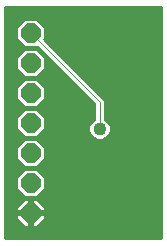
<source format=gbr>
G04 EAGLE Gerber RS-274X export*
G75*
%MOMM*%
%FSLAX34Y34*%
%LPD*%
%INBottom Copper*%
%IPPOS*%
%AMOC8*
5,1,8,0,0,1.08239X$1,22.5*%
G01*
%ADD10P,1.759533X8X22.500000*%
%ADD11C,1.016000*%
%ADD12C,0.101600*%
%ADD13C,1.108000*%

G36*
X135146Y2543D02*
X135146Y2543D01*
X135164Y2541D01*
X135346Y2562D01*
X135529Y2581D01*
X135546Y2586D01*
X135563Y2588D01*
X135738Y2645D01*
X135914Y2699D01*
X135929Y2707D01*
X135946Y2713D01*
X136106Y2803D01*
X136268Y2891D01*
X136281Y2902D01*
X136297Y2911D01*
X136436Y3031D01*
X136577Y3148D01*
X136588Y3162D01*
X136602Y3174D01*
X136714Y3319D01*
X136829Y3462D01*
X136837Y3478D01*
X136848Y3492D01*
X136930Y3657D01*
X137015Y3819D01*
X137020Y3836D01*
X137028Y3852D01*
X137075Y4031D01*
X137126Y4206D01*
X137128Y4224D01*
X137132Y4241D01*
X137159Y4572D01*
X137159Y198628D01*
X137157Y198646D01*
X137159Y198664D01*
X137138Y198846D01*
X137119Y199029D01*
X137114Y199046D01*
X137112Y199063D01*
X137055Y199238D01*
X137001Y199414D01*
X136993Y199429D01*
X136987Y199446D01*
X136897Y199606D01*
X136809Y199768D01*
X136798Y199781D01*
X136789Y199797D01*
X136669Y199936D01*
X136552Y200077D01*
X136538Y200088D01*
X136526Y200102D01*
X136381Y200214D01*
X136238Y200329D01*
X136222Y200337D01*
X136208Y200348D01*
X136043Y200430D01*
X135881Y200515D01*
X135864Y200520D01*
X135848Y200528D01*
X135669Y200575D01*
X135494Y200626D01*
X135476Y200628D01*
X135459Y200632D01*
X135128Y200659D01*
X4572Y200659D01*
X4554Y200657D01*
X4536Y200659D01*
X4354Y200638D01*
X4171Y200619D01*
X4154Y200614D01*
X4137Y200612D01*
X3962Y200555D01*
X3786Y200501D01*
X3771Y200493D01*
X3754Y200487D01*
X3594Y200397D01*
X3432Y200309D01*
X3419Y200298D01*
X3403Y200289D01*
X3264Y200169D01*
X3123Y200052D01*
X3112Y200038D01*
X3098Y200026D01*
X2986Y199881D01*
X2871Y199738D01*
X2863Y199722D01*
X2852Y199708D01*
X2770Y199543D01*
X2685Y199381D01*
X2680Y199364D01*
X2672Y199348D01*
X2625Y199169D01*
X2574Y198994D01*
X2572Y198976D01*
X2568Y198959D01*
X2541Y198628D01*
X2541Y4572D01*
X2543Y4554D01*
X2541Y4536D01*
X2562Y4354D01*
X2581Y4171D01*
X2586Y4154D01*
X2588Y4137D01*
X2645Y3962D01*
X2699Y3786D01*
X2707Y3771D01*
X2713Y3754D01*
X2803Y3594D01*
X2891Y3432D01*
X2902Y3419D01*
X2911Y3403D01*
X3031Y3264D01*
X3148Y3123D01*
X3162Y3112D01*
X3174Y3098D01*
X3319Y2986D01*
X3462Y2871D01*
X3478Y2863D01*
X3492Y2852D01*
X3657Y2770D01*
X3819Y2685D01*
X3836Y2680D01*
X3852Y2672D01*
X4031Y2625D01*
X4206Y2574D01*
X4224Y2572D01*
X4241Y2568D01*
X4572Y2541D01*
X135128Y2541D01*
X135146Y2543D01*
G37*
%LPC*%
G36*
X82213Y88439D02*
X82213Y88439D01*
X79243Y89669D01*
X76969Y91943D01*
X75739Y94913D01*
X75739Y98127D01*
X76969Y101097D01*
X79243Y103371D01*
X79517Y103484D01*
X79537Y103495D01*
X79558Y103502D01*
X79714Y103590D01*
X79872Y103674D01*
X79889Y103689D01*
X79909Y103700D01*
X80044Y103817D01*
X80183Y103931D01*
X80197Y103948D01*
X80214Y103963D01*
X80323Y104104D01*
X80436Y104244D01*
X80447Y104263D01*
X80460Y104281D01*
X80540Y104442D01*
X80623Y104600D01*
X80630Y104621D01*
X80640Y104641D01*
X80686Y104815D01*
X80736Y104986D01*
X80738Y105009D01*
X80744Y105030D01*
X80771Y105361D01*
X80771Y117276D01*
X80769Y117302D01*
X80771Y117329D01*
X80749Y117503D01*
X80731Y117676D01*
X80724Y117702D01*
X80720Y117729D01*
X80665Y117894D01*
X80613Y118061D01*
X80600Y118085D01*
X80592Y118110D01*
X80505Y118262D01*
X80421Y118415D01*
X80404Y118436D01*
X80391Y118459D01*
X80176Y118712D01*
X32224Y166664D01*
X32211Y166675D01*
X32199Y166689D01*
X32055Y166803D01*
X31913Y166919D01*
X31897Y166928D01*
X31883Y166939D01*
X31719Y167022D01*
X31557Y167108D01*
X31540Y167113D01*
X31524Y167121D01*
X31347Y167170D01*
X31171Y167222D01*
X31153Y167224D01*
X31136Y167229D01*
X30954Y167242D01*
X30770Y167259D01*
X30752Y167257D01*
X30735Y167258D01*
X30554Y167235D01*
X30370Y167215D01*
X30353Y167210D01*
X30335Y167208D01*
X30162Y167150D01*
X30104Y167131D01*
X20981Y167131D01*
X14731Y173381D01*
X14731Y182219D01*
X20981Y188469D01*
X29819Y188469D01*
X36069Y182219D01*
X36069Y173111D01*
X36030Y172970D01*
X35978Y172795D01*
X35976Y172777D01*
X35971Y172760D01*
X35958Y172577D01*
X35941Y172394D01*
X35943Y172376D01*
X35942Y172359D01*
X35965Y172176D01*
X35984Y171994D01*
X35990Y171977D01*
X35992Y171959D01*
X36050Y171785D01*
X36106Y171610D01*
X36115Y171594D01*
X36120Y171577D01*
X36212Y171419D01*
X36301Y171258D01*
X36312Y171244D01*
X36321Y171229D01*
X36536Y170976D01*
X86869Y120643D01*
X86869Y105361D01*
X86871Y105339D01*
X86869Y105316D01*
X86891Y105139D01*
X86909Y104960D01*
X86915Y104939D01*
X86918Y104917D01*
X86974Y104747D01*
X87027Y104575D01*
X87037Y104556D01*
X87044Y104535D01*
X87133Y104379D01*
X87219Y104221D01*
X87233Y104204D01*
X87244Y104185D01*
X87362Y104049D01*
X87476Y103912D01*
X87494Y103898D01*
X87508Y103881D01*
X87650Y103772D01*
X87790Y103660D01*
X87810Y103649D01*
X87828Y103636D01*
X88123Y103484D01*
X88397Y103371D01*
X90671Y101097D01*
X91901Y98127D01*
X91901Y94913D01*
X90671Y91943D01*
X88397Y89669D01*
X85427Y88439D01*
X82213Y88439D01*
G37*
%LPD*%
%LPC*%
G36*
X20981Y141731D02*
X20981Y141731D01*
X14731Y147981D01*
X14731Y156819D01*
X20981Y163069D01*
X29819Y163069D01*
X36069Y156819D01*
X36069Y147981D01*
X29819Y141731D01*
X20981Y141731D01*
G37*
%LPD*%
%LPC*%
G36*
X20981Y116331D02*
X20981Y116331D01*
X14731Y122581D01*
X14731Y131419D01*
X20981Y137669D01*
X29819Y137669D01*
X36069Y131419D01*
X36069Y122581D01*
X29819Y116331D01*
X20981Y116331D01*
G37*
%LPD*%
%LPC*%
G36*
X20981Y90931D02*
X20981Y90931D01*
X14731Y97181D01*
X14731Y106019D01*
X20981Y112269D01*
X29819Y112269D01*
X36069Y106019D01*
X36069Y97181D01*
X29819Y90931D01*
X20981Y90931D01*
G37*
%LPD*%
%LPC*%
G36*
X20981Y65531D02*
X20981Y65531D01*
X14731Y71781D01*
X14731Y80619D01*
X20981Y86869D01*
X29819Y86869D01*
X36069Y80619D01*
X36069Y71781D01*
X29819Y65531D01*
X20981Y65531D01*
G37*
%LPD*%
%LPC*%
G36*
X20981Y40131D02*
X20981Y40131D01*
X14731Y46381D01*
X14731Y55219D01*
X20981Y61469D01*
X29819Y61469D01*
X36069Y55219D01*
X36069Y46381D01*
X29819Y40131D01*
X20981Y40131D01*
G37*
%LPD*%
%LPC*%
G36*
X27939Y27939D02*
X27939Y27939D01*
X27939Y36069D01*
X29819Y36069D01*
X36069Y29819D01*
X36069Y27939D01*
X27939Y27939D01*
G37*
%LPD*%
%LPC*%
G36*
X14731Y27939D02*
X14731Y27939D01*
X14731Y29819D01*
X20981Y36069D01*
X22861Y36069D01*
X22861Y27939D01*
X14731Y27939D01*
G37*
%LPD*%
%LPC*%
G36*
X27939Y14731D02*
X27939Y14731D01*
X27939Y22861D01*
X36069Y22861D01*
X36069Y20981D01*
X29819Y14731D01*
X27939Y14731D01*
G37*
%LPD*%
%LPC*%
G36*
X20981Y14731D02*
X20981Y14731D01*
X14731Y20981D01*
X14731Y22861D01*
X22861Y22861D01*
X22861Y14731D01*
X20981Y14731D01*
G37*
%LPD*%
D10*
X25400Y177800D03*
X25400Y152400D03*
X25400Y127000D03*
X25400Y101600D03*
X25400Y76200D03*
X25400Y50800D03*
X25400Y25400D03*
D11*
X43180Y139700D03*
D12*
X83820Y119380D02*
X83820Y96520D01*
X83820Y119380D02*
X25400Y177800D01*
D13*
X83820Y96520D03*
M02*

</source>
